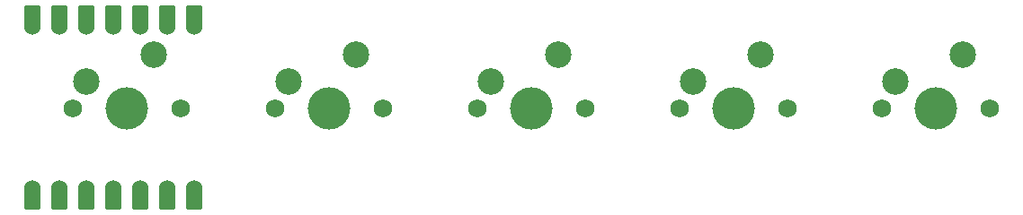
<source format=gbr>
%TF.GenerationSoftware,KiCad,Pcbnew,8.0.5*%
%TF.CreationDate,2024-10-28T21:30:14-07:00*%
%TF.ProjectId,PRISM Macro Pad,50524953-4d20-44d6-9163-726f20506164,rev?*%
%TF.SameCoordinates,Original*%
%TF.FileFunction,Soldermask,Bot*%
%TF.FilePolarity,Negative*%
%FSLAX46Y46*%
G04 Gerber Fmt 4.6, Leading zero omitted, Abs format (unit mm)*
G04 Created by KiCad (PCBNEW 8.0.5) date 2024-10-28 21:30:14*
%MOMM*%
%LPD*%
G01*
G04 APERTURE LIST*
G04 Aperture macros list*
%AMRoundRect*
0 Rectangle with rounded corners*
0 $1 Rounding radius*
0 $2 $3 $4 $5 $6 $7 $8 $9 X,Y pos of 4 corners*
0 Add a 4 corners polygon primitive as box body*
4,1,4,$2,$3,$4,$5,$6,$7,$8,$9,$2,$3,0*
0 Add four circle primitives for the rounded corners*
1,1,$1+$1,$2,$3*
1,1,$1+$1,$4,$5*
1,1,$1+$1,$6,$7*
1,1,$1+$1,$8,$9*
0 Add four rect primitives between the rounded corners*
20,1,$1+$1,$2,$3,$4,$5,0*
20,1,$1+$1,$4,$5,$6,$7,0*
20,1,$1+$1,$6,$7,$8,$9,0*
20,1,$1+$1,$8,$9,$2,$3,0*%
G04 Aperture macros list end*
%ADD10RoundRect,0.152400X0.609600X-1.063600X0.609600X1.063600X-0.609600X1.063600X-0.609600X-1.063600X0*%
%ADD11C,1.524000*%
%ADD12RoundRect,0.152400X-0.609600X1.063600X-0.609600X-1.063600X0.609600X-1.063600X0.609600X1.063600X0*%
%ADD13C,1.750000*%
%ADD14C,4.000000*%
%ADD15C,2.500000*%
G04 APERTURE END LIST*
D10*
%TO.C,U1*%
X108000000Y-73925000D03*
D11*
X108000000Y-74760000D03*
D10*
X110540000Y-73925000D03*
D11*
X110540000Y-74760000D03*
D10*
X113080000Y-73925000D03*
D11*
X113080000Y-74760000D03*
D10*
X115620000Y-73925000D03*
D11*
X115620000Y-74760000D03*
D10*
X118160000Y-73925000D03*
D11*
X118160000Y-74760000D03*
D10*
X120700000Y-73925000D03*
D11*
X120700000Y-74760000D03*
D10*
X123240000Y-73925000D03*
D11*
X123240000Y-74760000D03*
X123240000Y-90000000D03*
D12*
X123240000Y-90835000D03*
D11*
X120700000Y-90000000D03*
D12*
X120700000Y-90835000D03*
D11*
X118160000Y-90000000D03*
D12*
X118160000Y-90835000D03*
D11*
X115620000Y-90000000D03*
D12*
X115620000Y-90835000D03*
D11*
X113080000Y-90000000D03*
D12*
X113080000Y-90835000D03*
D11*
X110540000Y-90000000D03*
D12*
X110540000Y-90835000D03*
D11*
X108000000Y-90000000D03*
D12*
X108000000Y-90835000D03*
%TD*%
D13*
%TO.C,A*%
X122000000Y-82500000D03*
X111840000Y-82500000D03*
D14*
X116920000Y-82500000D03*
D15*
X119460000Y-77420000D03*
X113110000Y-79960000D03*
%TD*%
%TO.C,I*%
X132150000Y-79960000D03*
X138500000Y-77420000D03*
D14*
X135960000Y-82500000D03*
D13*
X130880000Y-82500000D03*
X141040000Y-82500000D03*
%TD*%
%TO.C,H*%
X160080000Y-82500000D03*
X149920000Y-82500000D03*
D14*
X155000000Y-82500000D03*
D15*
X157540000Y-77420000D03*
X151190000Y-79960000D03*
%TD*%
%TO.C,D*%
X170230000Y-79960000D03*
X176580000Y-77420000D03*
D14*
X174040000Y-82500000D03*
D13*
X168960000Y-82500000D03*
X179120000Y-82500000D03*
%TD*%
%TO.C,L*%
X198160000Y-82500000D03*
X188000000Y-82500000D03*
D14*
X193080000Y-82500000D03*
D15*
X195620000Y-77420000D03*
X189270000Y-79960000D03*
%TD*%
M02*

</source>
